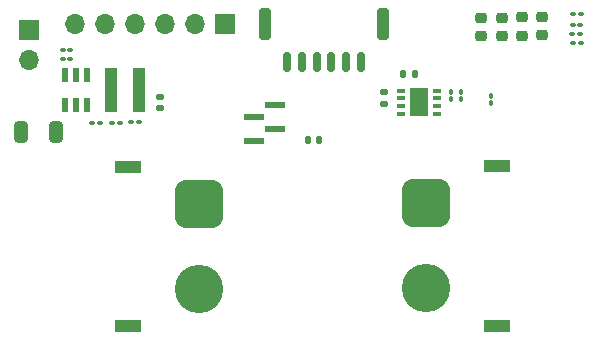
<source format=gbr>
%TF.GenerationSoftware,KiCad,Pcbnew,7.0.7*%
%TF.CreationDate,2023-09-11T02:53:06+05:30*%
%TF.ProjectId,DR1-Powie,4452312d-506f-4776-9965-2e6b69636164,rev?*%
%TF.SameCoordinates,Original*%
%TF.FileFunction,Soldermask,Bot*%
%TF.FilePolarity,Negative*%
%FSLAX46Y46*%
G04 Gerber Fmt 4.6, Leading zero omitted, Abs format (unit mm)*
G04 Created by KiCad (PCBNEW 7.0.7) date 2023-09-11 02:53:06*
%MOMM*%
%LPD*%
G01*
G04 APERTURE LIST*
G04 Aperture macros list*
%AMRoundRect*
0 Rectangle with rounded corners*
0 $1 Rounding radius*
0 $2 $3 $4 $5 $6 $7 $8 $9 X,Y pos of 4 corners*
0 Add a 4 corners polygon primitive as box body*
4,1,4,$2,$3,$4,$5,$6,$7,$8,$9,$2,$3,0*
0 Add four circle primitives for the rounded corners*
1,1,$1+$1,$2,$3*
1,1,$1+$1,$4,$5*
1,1,$1+$1,$6,$7*
1,1,$1+$1,$8,$9*
0 Add four rect primitives between the rounded corners*
20,1,$1+$1,$2,$3,$4,$5,0*
20,1,$1+$1,$4,$5,$6,$7,0*
20,1,$1+$1,$6,$7,$8,$9,0*
20,1,$1+$1,$8,$9,$2,$3,0*%
G04 Aperture macros list end*
%ADD10R,1.700000X1.700000*%
%ADD11O,1.700000X1.700000*%
%ADD12R,1.750000X0.600000*%
%ADD13RoundRect,0.100000X0.100000X-0.130000X0.100000X0.130000X-0.100000X0.130000X-0.100000X-0.130000X0*%
%ADD14RoundRect,0.135000X-0.135000X-0.185000X0.135000X-0.185000X0.135000X0.185000X-0.135000X0.185000X0*%
%ADD15RoundRect,0.218750X0.256250X-0.218750X0.256250X0.218750X-0.256250X0.218750X-0.256250X-0.218750X0*%
%ADD16RoundRect,0.100000X-0.130000X-0.100000X0.130000X-0.100000X0.130000X0.100000X-0.130000X0.100000X0*%
%ADD17RoundRect,0.140000X-0.170000X0.140000X-0.170000X-0.140000X0.170000X-0.140000X0.170000X0.140000X0*%
%ADD18RoundRect,0.140000X-0.140000X-0.170000X0.140000X-0.170000X0.140000X0.170000X-0.140000X0.170000X0*%
%ADD19RoundRect,0.250000X0.325000X0.650000X-0.325000X0.650000X-0.325000X-0.650000X0.325000X-0.650000X0*%
%ADD20R,2.200000X1.100000*%
%ADD21RoundRect,1.025000X1.025000X-1.025000X1.025000X1.025000X-1.025000X1.025000X-1.025000X-1.025000X0*%
%ADD22C,4.100000*%
%ADD23RoundRect,0.100000X-0.100000X0.130000X-0.100000X-0.130000X0.100000X-0.130000X0.100000X0.130000X0*%
%ADD24R,0.650000X0.350000*%
%ADD25R,1.550000X2.400000*%
%ADD26RoundRect,1.025000X-1.025000X1.025000X-1.025000X-1.025000X1.025000X-1.025000X1.025000X1.025000X0*%
%ADD27RoundRect,0.100000X0.130000X0.100000X-0.130000X0.100000X-0.130000X-0.100000X0.130000X-0.100000X0*%
%ADD28R,0.980000X3.700000*%
%ADD29RoundRect,0.150000X-0.150000X-0.700000X0.150000X-0.700000X0.150000X0.700000X-0.150000X0.700000X0*%
%ADD30RoundRect,0.250000X-0.250000X-1.100000X0.250000X-1.100000X0.250000X1.100000X-0.250000X1.100000X0*%
%ADD31R,0.600000X1.200000*%
%ADD32RoundRect,0.135000X-0.185000X0.135000X-0.185000X-0.135000X0.185000X-0.135000X0.185000X0.135000X0*%
G04 APERTURE END LIST*
D10*
%TO.C,J5*%
X107440000Y-40190000D03*
D11*
X104900000Y-40190000D03*
X102360000Y-40190000D03*
X99820000Y-40190000D03*
X97280000Y-40190000D03*
X94740000Y-40190000D03*
%TD*%
D10*
%TO.C,J4*%
X90850000Y-40695000D03*
D11*
X90850000Y-43235000D03*
%TD*%
D12*
%TO.C,JDBG1*%
X111650000Y-47040000D03*
X109900000Y-48040000D03*
X111650000Y-49040000D03*
X109900000Y-50040000D03*
%TD*%
D13*
%TO.C,C11*%
X126560000Y-46520000D03*
X126560000Y-45880000D03*
%TD*%
D14*
%TO.C,R9*%
X122490000Y-44400000D03*
X123510000Y-44400000D03*
%TD*%
D15*
%TO.C,D2*%
X130870000Y-41187500D03*
X130870000Y-39612500D03*
%TD*%
D16*
%TO.C,R6*%
X136845000Y-40227500D03*
X137485000Y-40227500D03*
%TD*%
D17*
%TO.C,C16*%
X101930000Y-46330000D03*
X101930000Y-47290000D03*
%TD*%
D13*
%TO.C,C9*%
X127400000Y-46520000D03*
X127400000Y-45880000D03*
%TD*%
D16*
%TO.C,R5*%
X136890000Y-39327500D03*
X137530000Y-39327500D03*
%TD*%
D18*
%TO.C,C24*%
X114420000Y-50000000D03*
X115380000Y-50000000D03*
%TD*%
D19*
%TO.C,C19*%
X93095000Y-49340000D03*
X90145000Y-49340000D03*
%TD*%
D15*
%TO.C,D1*%
X129100000Y-41187500D03*
X129100000Y-39612500D03*
%TD*%
D20*
%TO.C,J2*%
X130430000Y-65690000D03*
X130430000Y-52190000D03*
D21*
X124430000Y-55340000D03*
D22*
X124430000Y-62540000D03*
%TD*%
D16*
%TO.C,R7*%
X136880000Y-41800000D03*
X137520000Y-41800000D03*
%TD*%
D23*
%TO.C,R2*%
X129950000Y-46220000D03*
X129950000Y-46860000D03*
%TD*%
D24*
%TO.C,U2*%
X125400000Y-45800000D03*
X125400000Y-46450000D03*
X125400000Y-47100000D03*
X125400000Y-47750000D03*
X122300000Y-47750000D03*
X122300000Y-47100000D03*
X122300000Y-46450000D03*
X122300000Y-45800000D03*
D25*
X123850000Y-46775000D03*
%TD*%
D20*
%TO.C,J1*%
X99240000Y-52260000D03*
X99240000Y-65760000D03*
D26*
X105240000Y-55410000D03*
D22*
X105240000Y-62610000D03*
%TD*%
D27*
%TO.C,R3*%
X100100000Y-48490000D03*
X99460000Y-48490000D03*
%TD*%
D28*
%TO.C,L1*%
X97797500Y-45757500D03*
X100167500Y-45757500D03*
%TD*%
D27*
%TO.C,C14*%
X94317500Y-43152500D03*
X93677500Y-43152500D03*
%TD*%
%TO.C,C13*%
X94327500Y-42322500D03*
X93687500Y-42322500D03*
%TD*%
D29*
%TO.C,J3*%
X112675000Y-43350000D03*
X113925000Y-43350000D03*
X115175000Y-43350000D03*
X116425000Y-43350000D03*
X117675000Y-43350000D03*
X118925000Y-43350000D03*
D30*
X110825000Y-40150000D03*
X120775000Y-40150000D03*
%TD*%
D27*
%TO.C,R13*%
X98510000Y-48500000D03*
X97870000Y-48500000D03*
%TD*%
D15*
%TO.C,D4*%
X134290000Y-41127500D03*
X134290000Y-39552500D03*
%TD*%
D27*
%TO.C,C15*%
X96810000Y-48540000D03*
X96170000Y-48540000D03*
%TD*%
D31*
%TO.C,IC2*%
X95742500Y-46992500D03*
X94792500Y-46992500D03*
X93842500Y-46992500D03*
X93842500Y-44492500D03*
X94792500Y-44492500D03*
X95742500Y-44492500D03*
%TD*%
D15*
%TO.C,D3*%
X132580000Y-41137500D03*
X132580000Y-39562500D03*
%TD*%
D32*
%TO.C,R10*%
X120870000Y-45900000D03*
X120870000Y-46920000D03*
%TD*%
D16*
%TO.C,R8*%
X136830000Y-41000000D03*
X137470000Y-41000000D03*
%TD*%
M02*

</source>
